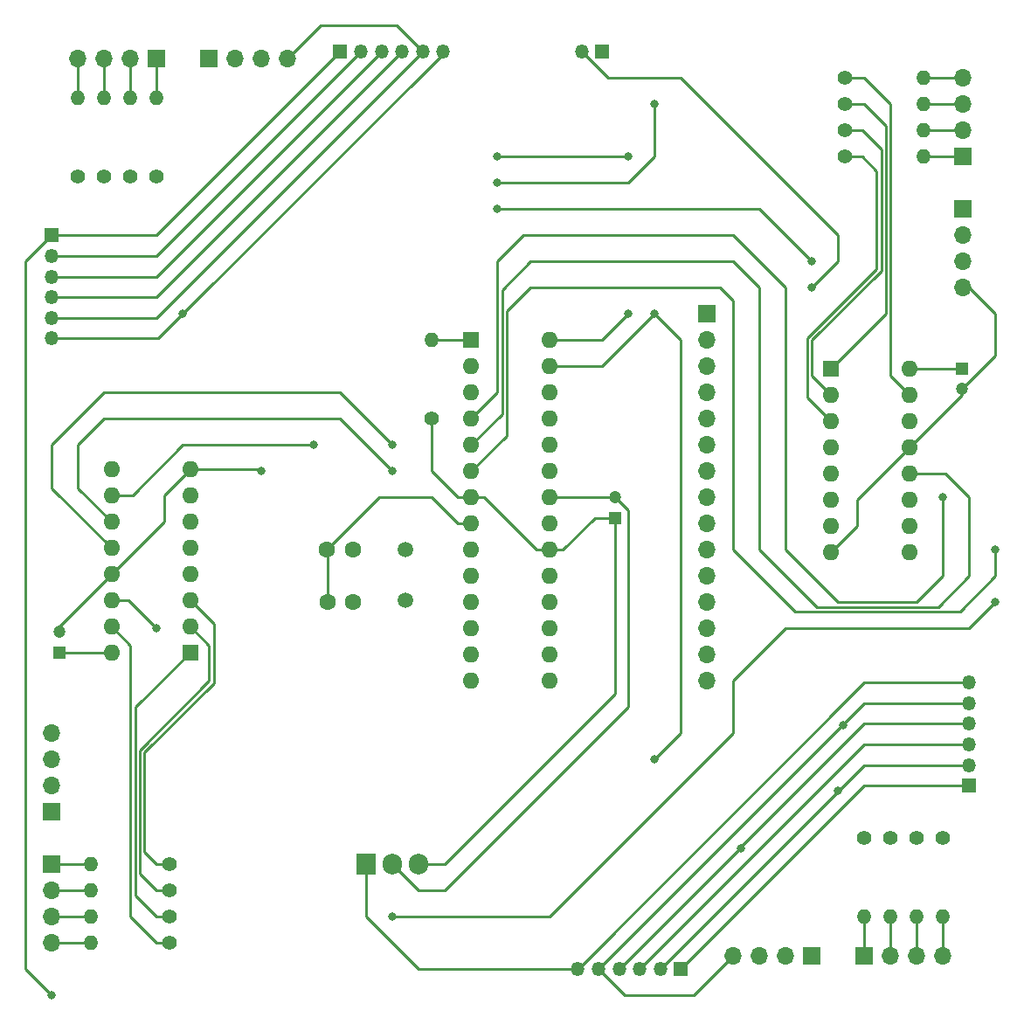
<source format=gtl>
%TF.GenerationSoftware,KiCad,Pcbnew,7.0.7*%
%TF.CreationDate,2023-09-23T02:03:23-07:00*%
%TF.ProjectId,htpm_modcore,6874706d-5f6d-46f6-9463-6f72652e6b69,01*%
%TF.SameCoordinates,Original*%
%TF.FileFunction,Copper,L1,Top*%
%TF.FilePolarity,Positive*%
%FSLAX46Y46*%
G04 Gerber Fmt 4.6, Leading zero omitted, Abs format (unit mm)*
G04 Created by KiCad (PCBNEW 7.0.7) date 2023-09-23 02:03:23*
%MOMM*%
%LPD*%
G01*
G04 APERTURE LIST*
%TA.AperFunction,ComponentPad*%
%ADD10R,1.350000X1.350000*%
%TD*%
%TA.AperFunction,ComponentPad*%
%ADD11O,1.350000X1.350000*%
%TD*%
%TA.AperFunction,ComponentPad*%
%ADD12C,1.400000*%
%TD*%
%TA.AperFunction,ComponentPad*%
%ADD13O,1.400000X1.400000*%
%TD*%
%TA.AperFunction,ComponentPad*%
%ADD14R,1.700000X1.700000*%
%TD*%
%TA.AperFunction,ComponentPad*%
%ADD15O,1.700000X1.700000*%
%TD*%
%TA.AperFunction,ComponentPad*%
%ADD16R,1.905000X2.000000*%
%TD*%
%TA.AperFunction,ComponentPad*%
%ADD17O,1.905000X2.000000*%
%TD*%
%TA.AperFunction,ComponentPad*%
%ADD18C,1.600000*%
%TD*%
%TA.AperFunction,ComponentPad*%
%ADD19R,1.200000X1.200000*%
%TD*%
%TA.AperFunction,ComponentPad*%
%ADD20C,1.200000*%
%TD*%
%TA.AperFunction,ComponentPad*%
%ADD21R,1.600000X1.600000*%
%TD*%
%TA.AperFunction,ComponentPad*%
%ADD22O,1.600000X1.600000*%
%TD*%
%TA.AperFunction,ComponentPad*%
%ADD23C,1.500000*%
%TD*%
%TA.AperFunction,ViaPad*%
%ADD24C,0.800000*%
%TD*%
%TA.AperFunction,Conductor*%
%ADD25C,0.250000*%
%TD*%
G04 APERTURE END LIST*
D10*
%TO.P,J4,1,Pin_1*%
%TO.N,Net-(J1-Pin_1)*%
X172720000Y-114300000D03*
D11*
%TO.P,J4,2,Pin_2*%
%TO.N,Net-(J1-Pin_2)*%
X170720000Y-114300000D03*
%TO.P,J4,3,Pin_3*%
%TO.N,Net-(J1-Pin_3)*%
X168720000Y-114300000D03*
%TO.P,J4,4,Pin_4*%
%TO.N,Net-(J1-Pin_4)*%
X166720000Y-114300000D03*
%TO.P,J4,5,Pin_5*%
%TO.N,GND*%
X164720000Y-114300000D03*
%TO.P,J4,6,Pin_6*%
%TO.N,Net-(J1-Pin_6)*%
X162720000Y-114300000D03*
%TD*%
D10*
%TO.P,J3,1,Pin_1*%
%TO.N,Net-(J1-Pin_1)*%
X200660000Y-96520000D03*
D11*
%TO.P,J3,2,Pin_2*%
%TO.N,Net-(J1-Pin_2)*%
X200660000Y-94520000D03*
%TO.P,J3,3,Pin_3*%
%TO.N,Net-(J1-Pin_3)*%
X200660000Y-92520000D03*
%TO.P,J3,4,Pin_4*%
%TO.N,Net-(J1-Pin_4)*%
X200660000Y-90520000D03*
%TO.P,J3,5,Pin_5*%
%TO.N,GND*%
X200660000Y-88520000D03*
%TO.P,J3,6,Pin_6*%
%TO.N,Net-(J1-Pin_6)*%
X200660000Y-86520000D03*
%TD*%
D10*
%TO.P,J2,1,Pin_1*%
%TO.N,Net-(J1-Pin_1)*%
X139700000Y-25400000D03*
D11*
%TO.P,J2,2,Pin_2*%
%TO.N,Net-(J1-Pin_2)*%
X141700000Y-25400000D03*
%TO.P,J2,3,Pin_3*%
%TO.N,Net-(J1-Pin_3)*%
X143700000Y-25400000D03*
%TO.P,J2,4,Pin_4*%
%TO.N,Net-(J1-Pin_4)*%
X145700000Y-25400000D03*
%TO.P,J2,5,Pin_5*%
%TO.N,GND*%
X147700000Y-25400000D03*
%TO.P,J2,6,Pin_6*%
%TO.N,Net-(J1-Pin_6)*%
X149700000Y-25400000D03*
%TD*%
D10*
%TO.P,J1,1,Pin_1*%
%TO.N,Net-(J1-Pin_1)*%
X111760000Y-43180000D03*
D11*
%TO.P,J1,2,Pin_2*%
%TO.N,Net-(J1-Pin_2)*%
X111760000Y-45180000D03*
%TO.P,J1,3,Pin_3*%
%TO.N,Net-(J1-Pin_3)*%
X111760000Y-47180000D03*
%TO.P,J1,4,Pin_4*%
%TO.N,Net-(J1-Pin_4)*%
X111760000Y-49180000D03*
%TO.P,J1,5,Pin_5*%
%TO.N,GND*%
X111760000Y-51180000D03*
%TO.P,J1,6,Pin_6*%
%TO.N,Net-(J1-Pin_6)*%
X111760000Y-53180000D03*
%TD*%
D12*
%TO.P,R15,1*%
%TO.N,Net-(U4-QF)*%
X116840000Y-37465000D03*
D13*
%TO.P,R15,2*%
%TO.N,Net-(J10-Pin_3)*%
X116840000Y-29845000D03*
%TD*%
D12*
%TO.P,R2,1*%
%TO.N,Net-(U3-QA)*%
X188595000Y-27940000D03*
D13*
%TO.P,R2,2*%
%TO.N,Net-(J7-Pin_4)*%
X196215000Y-27940000D03*
%TD*%
D14*
%TO.P,J9,1,Pin_1*%
%TO.N,Net-(J9-Pin_1)*%
X111760000Y-104140000D03*
D15*
%TO.P,J9,2,Pin_2*%
%TO.N,Net-(J9-Pin_2)*%
X111760000Y-106680000D03*
%TO.P,J9,3,Pin_3*%
%TO.N,Net-(J9-Pin_3)*%
X111760000Y-109220000D03*
%TO.P,J9,4,Pin_4*%
%TO.N,Net-(J9-Pin_4)*%
X111760000Y-111760000D03*
%TD*%
D12*
%TO.P,R8,1*%
%TO.N,Net-(U3-QG)*%
X193040000Y-101600000D03*
D13*
%TO.P,R8,2*%
%TO.N,Net-(J8-Pin_2)*%
X193040000Y-109220000D03*
%TD*%
D12*
%TO.P,R12,1*%
%TO.N,Net-(U4-QC)*%
X123190000Y-106680000D03*
D13*
%TO.P,R12,2*%
%TO.N,Net-(J9-Pin_2)*%
X115570000Y-106680000D03*
%TD*%
D16*
%TO.P,U1,1,IN*%
%TO.N,Net-(J1-Pin_6)*%
X142240000Y-104140000D03*
D17*
%TO.P,U1,2,GND*%
%TO.N,GND*%
X144780000Y-104140000D03*
%TO.P,U1,3,OUT*%
%TO.N,Net-(U1-OUT)*%
X147320000Y-104140000D03*
%TD*%
D14*
%TO.P,J8,1,Pin_1*%
%TO.N,Net-(J8-Pin_1)*%
X190500000Y-113030000D03*
D15*
%TO.P,J8,2,Pin_2*%
%TO.N,Net-(J8-Pin_2)*%
X193040000Y-113030000D03*
%TO.P,J8,3,Pin_3*%
%TO.N,Net-(J8-Pin_3)*%
X195580000Y-113030000D03*
%TO.P,J8,4,Pin_4*%
%TO.N,Net-(J8-Pin_4)*%
X198120000Y-113030000D03*
%TD*%
D12*
%TO.P,R7,1*%
%TO.N,Net-(U3-QF)*%
X195580000Y-101600000D03*
D13*
%TO.P,R7,2*%
%TO.N,Net-(J8-Pin_3)*%
X195580000Y-109220000D03*
%TD*%
D12*
%TO.P,R6,1*%
%TO.N,Net-(U3-QE)*%
X198120000Y-101600000D03*
D13*
%TO.P,R6,2*%
%TO.N,Net-(J8-Pin_4)*%
X198120000Y-109220000D03*
%TD*%
D12*
%TO.P,R16,1*%
%TO.N,Net-(U4-QG)*%
X119380000Y-37465000D03*
D13*
%TO.P,R16,2*%
%TO.N,Net-(J10-Pin_2)*%
X119380000Y-29845000D03*
%TD*%
D14*
%TO.P,J13,1,Pin_1*%
%TO.N,GND*%
X111760000Y-99060000D03*
D15*
%TO.P,J13,2,Pin_2*%
X111760000Y-96520000D03*
%TO.P,J13,3,Pin_3*%
X111760000Y-93980000D03*
%TO.P,J13,4,Pin_4*%
X111760000Y-91440000D03*
%TD*%
D18*
%TO.P,C2,1*%
%TO.N,Net-(U2-XTAL2{slash}PB7)*%
X140960000Y-78740000D03*
%TO.P,C2,2*%
%TO.N,GND*%
X138460000Y-78740000D03*
%TD*%
D12*
%TO.P,R1,1*%
%TO.N,Net-(U1-OUT)*%
X148580000Y-60960000D03*
D13*
%TO.P,R1,2*%
%TO.N,Net-(U2-~{RESET}{slash}PC6)*%
X148580000Y-53340000D03*
%TD*%
D19*
%TO.P,C5,1*%
%TO.N,Net-(U1-OUT)*%
X112460000Y-83610000D03*
D20*
%TO.P,C5,2*%
%TO.N,GND*%
X112460000Y-81610000D03*
%TD*%
D19*
%TO.P,C4,1*%
%TO.N,Net-(U1-OUT)*%
X199960000Y-56090000D03*
D20*
%TO.P,C4,2*%
%TO.N,GND*%
X199960000Y-58090000D03*
%TD*%
D21*
%TO.P,U2,1,~{RESET}/PC6*%
%TO.N,Net-(U2-~{RESET}{slash}PC6)*%
X152400000Y-53340000D03*
D22*
%TO.P,U2,2,PD0*%
%TO.N,Net-(J6-Pin_1)*%
X152400000Y-55880000D03*
%TO.P,U2,3,PD1*%
%TO.N,Net-(J6-Pin_2)*%
X152400000Y-58420000D03*
%TO.P,U2,4,PD2*%
%TO.N,Net-(U2-PD2)*%
X152400000Y-60960000D03*
%TO.P,U2,5,PD3*%
%TO.N,Net-(U2-PD3)*%
X152400000Y-63500000D03*
%TO.P,U2,6,PD4*%
%TO.N,Net-(U2-PD4)*%
X152400000Y-66040000D03*
%TO.P,U2,7,VCC*%
%TO.N,Net-(U1-OUT)*%
X152400000Y-68580000D03*
%TO.P,U2,8,GND*%
%TO.N,GND*%
X152400000Y-71120000D03*
%TO.P,U2,9,XTAL1/PB6*%
%TO.N,Net-(U2-XTAL1{slash}PB6)*%
X152400000Y-73660000D03*
%TO.P,U2,10,XTAL2/PB7*%
%TO.N,Net-(U2-XTAL2{slash}PB7)*%
X152400000Y-76200000D03*
%TO.P,U2,11,PD5*%
%TO.N,Net-(J6-Pin_12)*%
X152400000Y-78740000D03*
%TO.P,U2,12,PD6*%
%TO.N,Net-(J6-Pin_13)*%
X152400000Y-81280000D03*
%TO.P,U2,13,PD7*%
%TO.N,Net-(J6-Pin_14)*%
X152400000Y-83820000D03*
%TO.P,U2,14,PB0*%
%TO.N,Net-(J6-Pin_15)*%
X152400000Y-86360000D03*
%TO.P,U2,15,PB1*%
%TO.N,Net-(J6-Pin_11)*%
X160020000Y-86360000D03*
%TO.P,U2,16,PB2*%
%TO.N,Net-(J6-Pin_10)*%
X160020000Y-83820000D03*
%TO.P,U2,17,PB3*%
%TO.N,Net-(J6-Pin_9)*%
X160020000Y-81280000D03*
%TO.P,U2,18,PB4*%
%TO.N,Net-(J6-Pin_8)*%
X160020000Y-78740000D03*
%TO.P,U2,19,PB5*%
%TO.N,Net-(J6-Pin_7)*%
X160020000Y-76200000D03*
%TO.P,U2,20,AVCC*%
%TO.N,Net-(U1-OUT)*%
X160020000Y-73660000D03*
%TO.P,U2,21,AREF*%
%TO.N,unconnected-(U2-AREF-Pad21)*%
X160020000Y-71120000D03*
%TO.P,U2,22,GND*%
%TO.N,GND*%
X160020000Y-68580000D03*
%TO.P,U2,23,PC0*%
%TO.N,Net-(J6-Pin_6)*%
X160020000Y-66040000D03*
%TO.P,U2,24,PC1*%
%TO.N,Net-(J6-Pin_5)*%
X160020000Y-63500000D03*
%TO.P,U2,25,PC2*%
%TO.N,Net-(J6-Pin_4)*%
X160020000Y-60960000D03*
%TO.P,U2,26,PC3*%
%TO.N,Net-(J6-Pin_3)*%
X160020000Y-58420000D03*
%TO.P,U2,27,PC4*%
%TO.N,Net-(J1-Pin_4)*%
X160020000Y-55880000D03*
%TO.P,U2,28,PC5*%
%TO.N,Net-(J1-Pin_3)*%
X160020000Y-53340000D03*
%TD*%
D12*
%TO.P,R11,1*%
%TO.N,Net-(U4-QB)*%
X123190000Y-109220000D03*
D13*
%TO.P,R11,2*%
%TO.N,Net-(J9-Pin_3)*%
X115570000Y-109220000D03*
%TD*%
D14*
%TO.P,J6,1,Pin_1*%
%TO.N,Net-(J6-Pin_1)*%
X175260000Y-50800000D03*
D15*
%TO.P,J6,2,Pin_2*%
%TO.N,Net-(J6-Pin_2)*%
X175260000Y-53340000D03*
%TO.P,J6,3,Pin_3*%
%TO.N,Net-(J6-Pin_3)*%
X175260000Y-55880000D03*
%TO.P,J6,4,Pin_4*%
%TO.N,Net-(J6-Pin_4)*%
X175260000Y-58420000D03*
%TO.P,J6,5,Pin_5*%
%TO.N,Net-(J6-Pin_5)*%
X175260000Y-60960000D03*
%TO.P,J6,6,Pin_6*%
%TO.N,Net-(J6-Pin_6)*%
X175260000Y-63500000D03*
%TO.P,J6,7,Pin_7*%
%TO.N,Net-(J6-Pin_7)*%
X175260000Y-66040000D03*
%TO.P,J6,8,Pin_8*%
%TO.N,Net-(J6-Pin_8)*%
X175260000Y-68580000D03*
%TO.P,J6,9,Pin_9*%
%TO.N,Net-(J6-Pin_9)*%
X175260000Y-71120000D03*
%TO.P,J6,10,Pin_10*%
%TO.N,Net-(J6-Pin_10)*%
X175260000Y-73660000D03*
%TO.P,J6,11,Pin_11*%
%TO.N,Net-(J6-Pin_11)*%
X175260000Y-76200000D03*
%TO.P,J6,12,Pin_12*%
%TO.N,Net-(J6-Pin_12)*%
X175260000Y-78740000D03*
%TO.P,J6,13,Pin_13*%
%TO.N,Net-(J6-Pin_13)*%
X175260000Y-81280000D03*
%TO.P,J6,14,Pin_14*%
%TO.N,Net-(J6-Pin_14)*%
X175260000Y-83820000D03*
%TO.P,J6,15,Pin_15*%
%TO.N,Net-(J6-Pin_15)*%
X175260000Y-86360000D03*
%TD*%
D12*
%TO.P,R5,1*%
%TO.N,Net-(U3-QD)*%
X188595000Y-35560000D03*
D13*
%TO.P,R5,2*%
%TO.N,Net-(J7-Pin_1)*%
X196215000Y-35560000D03*
%TD*%
D14*
%TO.P,J7,1,Pin_1*%
%TO.N,Net-(J7-Pin_1)*%
X200025000Y-35560000D03*
D15*
%TO.P,J7,2,Pin_2*%
%TO.N,Net-(J7-Pin_2)*%
X200025000Y-33020000D03*
%TO.P,J7,3,Pin_3*%
%TO.N,Net-(J7-Pin_3)*%
X200025000Y-30480000D03*
%TO.P,J7,4,Pin_4*%
%TO.N,Net-(J7-Pin_4)*%
X200025000Y-27940000D03*
%TD*%
D14*
%TO.P,J12,1,Pin_1*%
%TO.N,GND*%
X185420000Y-113030000D03*
D15*
%TO.P,J12,2,Pin_2*%
X182880000Y-113030000D03*
%TO.P,J12,3,Pin_3*%
X180340000Y-113030000D03*
%TO.P,J12,4,Pin_4*%
X177800000Y-113030000D03*
%TD*%
D21*
%TO.P,U4,1,QB*%
%TO.N,Net-(U4-QB)*%
X125160000Y-83610000D03*
D22*
%TO.P,U4,2,QC*%
%TO.N,Net-(U4-QC)*%
X125160000Y-81070000D03*
%TO.P,U4,3,QD*%
%TO.N,Net-(U4-QD)*%
X125160000Y-78530000D03*
%TO.P,U4,4,QE*%
%TO.N,Net-(U4-QE)*%
X125160000Y-75990000D03*
%TO.P,U4,5,QF*%
%TO.N,Net-(U4-QF)*%
X125160000Y-73450000D03*
%TO.P,U4,6,QG*%
%TO.N,Net-(U4-QG)*%
X125160000Y-70910000D03*
%TO.P,U4,7,QH*%
%TO.N,Net-(U4-QH)*%
X125160000Y-68370000D03*
%TO.P,U4,8,GND*%
%TO.N,GND*%
X125160000Y-65830000D03*
%TO.P,U4,9,QH'*%
%TO.N,unconnected-(U4-QH'-Pad9)*%
X117540000Y-65830000D03*
%TO.P,U4,10,~{SRCLR}*%
%TO.N,Net-(U1-OUT)*%
X117540000Y-68370000D03*
%TO.P,U4,11,SRCLK*%
%TO.N,Net-(U2-PD4)*%
X117540000Y-70910000D03*
%TO.P,U4,12,RCLK*%
%TO.N,Net-(U2-PD3)*%
X117540000Y-73450000D03*
%TO.P,U4,13,~{OE}*%
%TO.N,GND*%
X117540000Y-75990000D03*
%TO.P,U4,14,SER*%
%TO.N,Net-(U3-QH')*%
X117540000Y-78530000D03*
%TO.P,U4,15,QA*%
%TO.N,Net-(U4-QA)*%
X117540000Y-81070000D03*
%TO.P,U4,16,VCC*%
%TO.N,Net-(U1-OUT)*%
X117540000Y-83610000D03*
%TD*%
D12*
%TO.P,R14,1*%
%TO.N,Net-(U4-QE)*%
X114300000Y-37465000D03*
D13*
%TO.P,R14,2*%
%TO.N,Net-(J10-Pin_4)*%
X114300000Y-29845000D03*
%TD*%
D12*
%TO.P,R3,1*%
%TO.N,Net-(U3-QB)*%
X188595000Y-30480000D03*
D13*
%TO.P,R3,2*%
%TO.N,Net-(J7-Pin_3)*%
X196215000Y-30480000D03*
%TD*%
D18*
%TO.P,C1,1*%
%TO.N,GND*%
X138420000Y-73660000D03*
%TO.P,C1,2*%
%TO.N,Net-(U2-XTAL1{slash}PB6)*%
X140920000Y-73660000D03*
%TD*%
D12*
%TO.P,R10,1*%
%TO.N,Net-(U4-QA)*%
X123190000Y-111760000D03*
D13*
%TO.P,R10,2*%
%TO.N,Net-(J9-Pin_4)*%
X115570000Y-111760000D03*
%TD*%
D14*
%TO.P,J14,1,Pin_1*%
%TO.N,GND*%
X127000000Y-26035000D03*
D15*
%TO.P,J14,2,Pin_2*%
X129540000Y-26035000D03*
%TO.P,J14,3,Pin_3*%
X132080000Y-26035000D03*
%TO.P,J14,4,Pin_4*%
X134620000Y-26035000D03*
%TD*%
D12*
%TO.P,R17,1*%
%TO.N,Net-(U4-QH)*%
X121920000Y-37465000D03*
D13*
%TO.P,R17,2*%
%TO.N,Net-(J10-Pin_1)*%
X121920000Y-29845000D03*
%TD*%
D12*
%TO.P,R9,1*%
%TO.N,Net-(U3-QH)*%
X190500000Y-101600000D03*
D13*
%TO.P,R9,2*%
%TO.N,Net-(J8-Pin_1)*%
X190500000Y-109220000D03*
%TD*%
D12*
%TO.P,R4,1*%
%TO.N,Net-(U3-QC)*%
X188595000Y-33020000D03*
D13*
%TO.P,R4,2*%
%TO.N,Net-(J7-Pin_2)*%
X196215000Y-33020000D03*
%TD*%
D10*
%TO.P,J5,1,Pin_1*%
%TO.N,Net-(J1-Pin_1)*%
X165100000Y-25400000D03*
D11*
%TO.P,J5,2,Pin_2*%
%TO.N,Net-(J1-Pin_2)*%
X163100000Y-25400000D03*
%TD*%
D14*
%TO.P,J10,1,Pin_1*%
%TO.N,Net-(J10-Pin_1)*%
X121920000Y-26035000D03*
D15*
%TO.P,J10,2,Pin_2*%
%TO.N,Net-(J10-Pin_2)*%
X119380000Y-26035000D03*
%TO.P,J10,3,Pin_3*%
%TO.N,Net-(J10-Pin_3)*%
X116840000Y-26035000D03*
%TO.P,J10,4,Pin_4*%
%TO.N,Net-(J10-Pin_4)*%
X114300000Y-26035000D03*
%TD*%
D19*
%TO.P,C3,1*%
%TO.N,Net-(U1-OUT)*%
X166360000Y-70580000D03*
D20*
%TO.P,C3,2*%
%TO.N,GND*%
X166360000Y-68580000D03*
%TD*%
D12*
%TO.P,R13,1*%
%TO.N,Net-(U4-QD)*%
X123190000Y-104140000D03*
D13*
%TO.P,R13,2*%
%TO.N,Net-(J9-Pin_1)*%
X115570000Y-104140000D03*
%TD*%
D23*
%TO.P,Y1,1,1*%
%TO.N,Net-(U2-XTAL2{slash}PB7)*%
X146040000Y-78540000D03*
%TO.P,Y1,2,2*%
%TO.N,Net-(U2-XTAL1{slash}PB6)*%
X146040000Y-73660000D03*
%TD*%
D21*
%TO.P,U3,1,QB*%
%TO.N,Net-(U3-QB)*%
X187260000Y-56090000D03*
D22*
%TO.P,U3,2,QC*%
%TO.N,Net-(U3-QC)*%
X187260000Y-58630000D03*
%TO.P,U3,3,QD*%
%TO.N,Net-(U3-QD)*%
X187260000Y-61170000D03*
%TO.P,U3,4,QE*%
%TO.N,Net-(U3-QE)*%
X187260000Y-63710000D03*
%TO.P,U3,5,QF*%
%TO.N,Net-(U3-QF)*%
X187260000Y-66250000D03*
%TO.P,U3,6,QG*%
%TO.N,Net-(U3-QG)*%
X187260000Y-68790000D03*
%TO.P,U3,7,QH*%
%TO.N,Net-(U3-QH)*%
X187260000Y-71330000D03*
%TO.P,U3,8,GND*%
%TO.N,GND*%
X187260000Y-73870000D03*
%TO.P,U3,9,QH'*%
%TO.N,Net-(U3-QH')*%
X194880000Y-73870000D03*
%TO.P,U3,10,~{SRCLR}*%
%TO.N,Net-(U1-OUT)*%
X194880000Y-71330000D03*
%TO.P,U3,11,SRCLK*%
%TO.N,Net-(U2-PD4)*%
X194880000Y-68790000D03*
%TO.P,U3,12,RCLK*%
%TO.N,Net-(U2-PD3)*%
X194880000Y-66250000D03*
%TO.P,U3,13,~{OE}*%
%TO.N,GND*%
X194880000Y-63710000D03*
%TO.P,U3,14,SER*%
%TO.N,Net-(U2-PD2)*%
X194880000Y-61170000D03*
%TO.P,U3,15,QA*%
%TO.N,Net-(U3-QA)*%
X194880000Y-58630000D03*
%TO.P,U3,16,VCC*%
%TO.N,Net-(U1-OUT)*%
X194880000Y-56090000D03*
%TD*%
D14*
%TO.P,J11,1,Pin_1*%
%TO.N,GND*%
X200025000Y-40640000D03*
D15*
%TO.P,J11,2,Pin_2*%
X200025000Y-43180000D03*
%TO.P,J11,3,Pin_3*%
X200025000Y-45720000D03*
%TO.P,J11,4,Pin_4*%
X200025000Y-48260000D03*
%TD*%
D24*
%TO.N,Net-(J1-Pin_2)*%
X187960000Y-97028000D03*
%TO.N,GND*%
X188468000Y-90678000D03*
%TO.N,Net-(J1-Pin_4)*%
X178562000Y-102616000D03*
X170180000Y-93980000D03*
%TO.N,GND*%
X170180000Y-30480000D03*
X132080000Y-66040000D03*
X154940000Y-38100000D03*
%TO.N,Net-(U1-OUT)*%
X185420000Y-45720000D03*
X137160000Y-63500000D03*
X154940000Y-40640000D03*
%TO.N,Net-(J1-Pin_1)*%
X111760000Y-116840000D03*
%TO.N,Net-(J1-Pin_2)*%
X185420000Y-48260000D03*
%TO.N,Net-(J1-Pin_3)*%
X154940000Y-35560000D03*
X167640000Y-50800000D03*
X167640000Y-35560000D03*
%TO.N,Net-(J1-Pin_4)*%
X170180000Y-50800000D03*
%TO.N,Net-(J1-Pin_6)*%
X124460000Y-50800000D03*
%TO.N,Net-(U2-PD2)*%
X198120000Y-68580000D03*
%TO.N,Net-(U2-PD3)*%
X144780000Y-63500000D03*
%TO.N,Net-(U2-PD4)*%
X144780000Y-66040000D03*
X203200000Y-73660000D03*
%TO.N,Net-(U3-QH')*%
X144780000Y-109220000D03*
X121920000Y-81280000D03*
X203200000Y-78740000D03*
%TD*%
D25*
%TO.N,GND*%
X203200000Y-50800000D02*
X200660000Y-48260000D01*
X199960000Y-58090000D02*
X203200000Y-54850000D01*
X203200000Y-54850000D02*
X203200000Y-50800000D01*
X200660000Y-48260000D02*
X200025000Y-48260000D01*
%TO.N,Net-(J1-Pin_2)*%
X187960000Y-97060000D02*
X170720000Y-114300000D01*
X187960000Y-97028000D02*
X187960000Y-97060000D01*
X187992000Y-97028000D02*
X187960000Y-97028000D01*
%TO.N,GND*%
X188342000Y-90678000D02*
X164720000Y-114300000D01*
X188468000Y-90678000D02*
X188342000Y-90678000D01*
X188468000Y-90552000D02*
X188468000Y-90678000D01*
%TO.N,Net-(J1-Pin_4)*%
X178404000Y-102616000D02*
X166720000Y-114300000D01*
X178562000Y-102616000D02*
X178404000Y-102616000D01*
X178562000Y-102458000D02*
X178562000Y-102616000D01*
%TO.N,Net-(J1-Pin_6)*%
X142240000Y-104140000D02*
X142240000Y-109220000D01*
X147320000Y-114300000D02*
X162720000Y-114300000D01*
X142240000Y-109220000D02*
X147320000Y-114300000D01*
%TO.N,GND*%
X177800000Y-113030000D02*
X173990000Y-116840000D01*
X173990000Y-116840000D02*
X167260000Y-116840000D01*
X167260000Y-116840000D02*
X164720000Y-114300000D01*
X190500000Y-88520000D02*
X188468000Y-90552000D01*
X200660000Y-88520000D02*
X190500000Y-88520000D01*
%TO.N,Net-(J1-Pin_6)*%
X200660000Y-86520000D02*
X190500000Y-86520000D01*
X190500000Y-86520000D02*
X162958198Y-114061802D01*
%TO.N,Net-(J1-Pin_4)*%
X200660000Y-90520000D02*
X190500000Y-90520000D01*
X190500000Y-90520000D02*
X178562000Y-102458000D01*
%TO.N,Net-(J1-Pin_3)*%
X200660000Y-92520000D02*
X190500000Y-92520000D01*
X190500000Y-92520000D02*
X168720000Y-114300000D01*
%TO.N,Net-(J1-Pin_2)*%
X200660000Y-94520000D02*
X190500000Y-94520000D01*
X190500000Y-94520000D02*
X187992000Y-97028000D01*
%TO.N,Net-(J1-Pin_1)*%
X200660000Y-96520000D02*
X190500000Y-96520000D01*
X190500000Y-96520000D02*
X172720000Y-114300000D01*
X111760000Y-116840000D02*
X109220000Y-114300000D01*
X109220000Y-114300000D02*
X109220000Y-45720000D01*
X109220000Y-45720000D02*
X111760000Y-43180000D01*
%TO.N,GND*%
X145160000Y-22860000D02*
X147700000Y-25400000D01*
%TO.N,Net-(J1-Pin_6)*%
X124460000Y-50800000D02*
X149461802Y-25798198D01*
%TO.N,GND*%
X137795000Y-22860000D02*
X145160000Y-22860000D01*
%TO.N,Net-(J1-Pin_6)*%
X149461802Y-25798198D02*
X149461802Y-25638198D01*
X122080000Y-53180000D02*
X111760000Y-53180000D01*
X124460000Y-50800000D02*
X122080000Y-53180000D01*
%TO.N,GND*%
X147700000Y-25400000D02*
X121920000Y-51180000D01*
X121920000Y-51180000D02*
X111760000Y-51180000D01*
%TO.N,Net-(J1-Pin_4)*%
X145700000Y-25400000D02*
X121920000Y-49180000D01*
X121920000Y-49180000D02*
X111760000Y-49180000D01*
%TO.N,Net-(J1-Pin_3)*%
X143700000Y-25400000D02*
X121920000Y-47180000D01*
X121920000Y-47180000D02*
X111760000Y-47180000D01*
%TO.N,Net-(J1-Pin_2)*%
X141700000Y-25400000D02*
X121920000Y-45180000D01*
X121920000Y-45180000D02*
X111760000Y-45180000D01*
%TO.N,Net-(J1-Pin_1)*%
X139700000Y-25400000D02*
X121920000Y-43180000D01*
X121920000Y-43180000D02*
X111760000Y-43180000D01*
%TO.N,GND*%
X138460000Y-78740000D02*
X138460000Y-73700000D01*
X117540000Y-75990000D02*
X122620000Y-70910000D01*
X199960000Y-58090000D02*
X199960000Y-58630000D01*
X132080000Y-66040000D02*
X131870000Y-65830000D01*
X143500000Y-68580000D02*
X148580000Y-68580000D01*
X148580000Y-68580000D02*
X151120000Y-71120000D01*
X138420000Y-73660000D02*
X143500000Y-68580000D01*
X147320000Y-106680000D02*
X144780000Y-104140000D01*
X112460000Y-81070000D02*
X117540000Y-75990000D01*
X199960000Y-58630000D02*
X194880000Y-63710000D01*
X151120000Y-71120000D02*
X152400000Y-71120000D01*
X138460000Y-73700000D02*
X138420000Y-73660000D01*
X189800000Y-68790000D02*
X189800000Y-71330000D01*
X149860000Y-106680000D02*
X147320000Y-106680000D01*
X131870000Y-65830000D02*
X125160000Y-65830000D01*
X154940000Y-101600000D02*
X149860000Y-106680000D01*
X112460000Y-81610000D02*
X112460000Y-81070000D01*
X170180000Y-35560000D02*
X170180000Y-30480000D01*
X189800000Y-71330000D02*
X187260000Y-73870000D01*
X167640000Y-69860000D02*
X167640000Y-88900000D01*
X167640000Y-88900000D02*
X154940000Y-101600000D01*
X154940000Y-38100000D02*
X167640000Y-38100000D01*
X122620000Y-70910000D02*
X122620000Y-68370000D01*
X167640000Y-38100000D02*
X170180000Y-35560000D01*
X122620000Y-68370000D02*
X125160000Y-65830000D01*
X134620000Y-26035000D02*
X137795000Y-22860000D01*
X194880000Y-63710000D02*
X189800000Y-68790000D01*
X166360000Y-68580000D02*
X167640000Y-69860000D01*
X166360000Y-68580000D02*
X160020000Y-68580000D01*
%TO.N,Net-(U1-OUT)*%
X151120000Y-68580000D02*
X152400000Y-68580000D01*
X117540000Y-68370000D02*
X119590000Y-68370000D01*
X158740000Y-73660000D02*
X153660000Y-68580000D01*
X112460000Y-83610000D02*
X117540000Y-83610000D01*
X160020000Y-73660000D02*
X158740000Y-73660000D01*
X148580000Y-60960000D02*
X148580000Y-66040000D01*
X154940000Y-40640000D02*
X180340000Y-40640000D01*
X164360000Y-70580000D02*
X166360000Y-70580000D01*
X124460000Y-63500000D02*
X137160000Y-63500000D01*
X199960000Y-56090000D02*
X194880000Y-56090000D01*
X161280000Y-73660000D02*
X164360000Y-70580000D01*
X147320000Y-104140000D02*
X149860000Y-104140000D01*
X119590000Y-68370000D02*
X124460000Y-63500000D01*
X166360000Y-87640000D02*
X166360000Y-70580000D01*
X180340000Y-40640000D02*
X185420000Y-45720000D01*
X148580000Y-66040000D02*
X151120000Y-68580000D01*
X153660000Y-68580000D02*
X152400000Y-68580000D01*
X149860000Y-104140000D02*
X166360000Y-87640000D01*
X160020000Y-73660000D02*
X161280000Y-73660000D01*
%TO.N,Net-(J1-Pin_2)*%
X187960000Y-43180000D02*
X187960000Y-45720000D01*
X165640000Y-27940000D02*
X172720000Y-27940000D01*
X187960000Y-45720000D02*
X185420000Y-48260000D01*
X172720000Y-27940000D02*
X187960000Y-43180000D01*
X163100000Y-25400000D02*
X165640000Y-27940000D01*
%TO.N,Net-(J1-Pin_3)*%
X154940000Y-35560000D02*
X167640000Y-35560000D01*
X167640000Y-50800000D02*
X165100000Y-53340000D01*
X165100000Y-53340000D02*
X160020000Y-53340000D01*
%TO.N,Net-(J1-Pin_4)*%
X170180000Y-50800000D02*
X172720000Y-53340000D01*
X170180000Y-50800000D02*
X165100000Y-55880000D01*
X165100000Y-55880000D02*
X160020000Y-55880000D01*
X172720000Y-91440000D02*
X170180000Y-93980000D01*
X172720000Y-53340000D02*
X172720000Y-91440000D01*
%TO.N,Net-(J7-Pin_1)*%
X200025000Y-35560000D02*
X196215000Y-35560000D01*
%TO.N,Net-(J7-Pin_2)*%
X196215000Y-33020000D02*
X200025000Y-33020000D01*
%TO.N,Net-(J7-Pin_3)*%
X200025000Y-30480000D02*
X196215000Y-30480000D01*
%TO.N,Net-(J7-Pin_4)*%
X196215000Y-27940000D02*
X200025000Y-27940000D01*
%TO.N,Net-(J8-Pin_1)*%
X190500000Y-109220000D02*
X190500000Y-113030000D01*
%TO.N,Net-(J8-Pin_2)*%
X193040000Y-113030000D02*
X193040000Y-109220000D01*
%TO.N,Net-(J8-Pin_3)*%
X195580000Y-109220000D02*
X195580000Y-113030000D01*
%TO.N,Net-(J8-Pin_4)*%
X198120000Y-109220000D02*
X198120000Y-113030000D01*
%TO.N,Net-(J9-Pin_1)*%
X115570000Y-104140000D02*
X111760000Y-104140000D01*
%TO.N,Net-(J9-Pin_2)*%
X111760000Y-106680000D02*
X115570000Y-106680000D01*
%TO.N,Net-(J9-Pin_3)*%
X115570000Y-109220000D02*
X111760000Y-109220000D01*
%TO.N,Net-(J9-Pin_4)*%
X111760000Y-111760000D02*
X115570000Y-111760000D01*
%TO.N,Net-(J10-Pin_1)*%
X121920000Y-26035000D02*
X121920000Y-29845000D01*
%TO.N,Net-(J10-Pin_2)*%
X119380000Y-29845000D02*
X119380000Y-26035000D01*
%TO.N,Net-(J10-Pin_3)*%
X116840000Y-26035000D02*
X116840000Y-29845000D01*
%TO.N,Net-(J10-Pin_4)*%
X114300000Y-29845000D02*
X114300000Y-26035000D01*
%TO.N,Net-(U2-~{RESET}{slash}PC6)*%
X152400000Y-53340000D02*
X148580000Y-53340000D01*
%TO.N,Net-(U3-QA)*%
X193040000Y-56790000D02*
X193040000Y-30480000D01*
X194880000Y-58630000D02*
X193040000Y-56790000D01*
X193040000Y-30480000D02*
X190500000Y-27940000D01*
X190500000Y-27940000D02*
X188595000Y-27940000D01*
%TO.N,Net-(U3-QB)*%
X187260000Y-56090000D02*
X192550000Y-50800000D01*
X192590000Y-50800000D02*
X192590000Y-32570000D01*
X192590000Y-32570000D02*
X190500000Y-30480000D01*
X192550000Y-50800000D02*
X192590000Y-50800000D01*
X190500000Y-30480000D02*
X188595000Y-30480000D01*
%TO.N,Net-(U3-QC)*%
X185420000Y-53340000D02*
X192140000Y-46620000D01*
X192140000Y-46620000D02*
X192140000Y-34885000D01*
X192140000Y-34885000D02*
X190275000Y-33020000D01*
X185420000Y-56790000D02*
X185420000Y-53340000D01*
X190275000Y-33020000D02*
X188595000Y-33020000D01*
X187260000Y-58630000D02*
X185420000Y-56790000D01*
%TO.N,Net-(U3-QD)*%
X187260000Y-61170000D02*
X184970000Y-58880000D01*
X184970000Y-58880000D02*
X184970000Y-53153604D01*
X191690000Y-36936396D02*
X190313604Y-35560000D01*
X191690000Y-46433604D02*
X191690000Y-36936396D01*
X190313604Y-35560000D02*
X188595000Y-35560000D01*
X184970000Y-53153604D02*
X191690000Y-46433604D01*
%TO.N,Net-(U4-QA)*%
X117540000Y-81070000D02*
X119380000Y-82910000D01*
X121920000Y-111760000D02*
X123190000Y-111760000D01*
X119380000Y-82910000D02*
X119380000Y-109220000D01*
X119380000Y-109220000D02*
X121920000Y-111760000D01*
%TO.N,Net-(U4-QB)*%
X119830000Y-88900000D02*
X119830000Y-107130000D01*
X119870000Y-88900000D02*
X119830000Y-88900000D01*
X125160000Y-83610000D02*
X119870000Y-88900000D01*
X121920000Y-109220000D02*
X123190000Y-109220000D01*
X119830000Y-107130000D02*
X121920000Y-109220000D01*
%TO.N,Net-(U4-QC)*%
X127000000Y-82910000D02*
X127000000Y-86360000D01*
X120280000Y-93080000D02*
X120280000Y-105040000D01*
X125160000Y-81070000D02*
X127000000Y-82910000D01*
X120280000Y-105040000D02*
X121920000Y-106680000D01*
X127000000Y-86360000D02*
X120280000Y-93080000D01*
X121920000Y-106680000D02*
X123190000Y-106680000D01*
%TO.N,Net-(U4-QD)*%
X120730000Y-93266396D02*
X120730000Y-102950000D01*
X121920000Y-104140000D02*
X123190000Y-104140000D01*
X127450000Y-80820000D02*
X127450000Y-86546396D01*
X125160000Y-78530000D02*
X127450000Y-80820000D01*
X127450000Y-86546396D02*
X120730000Y-93266396D01*
X120730000Y-102950000D02*
X121920000Y-104140000D01*
%TO.N,Net-(U2-PD2)*%
X198120000Y-76200000D02*
X195580000Y-78740000D01*
X154940000Y-58420000D02*
X152400000Y-60960000D01*
X177800000Y-43180000D02*
X157480000Y-43180000D01*
X182880000Y-73660000D02*
X182880000Y-48260000D01*
X182880000Y-48260000D02*
X177800000Y-43180000D01*
X195580000Y-78740000D02*
X187960000Y-78740000D01*
X198120000Y-68580000D02*
X198120000Y-76200000D01*
X154940000Y-45720000D02*
X154940000Y-58420000D01*
X187960000Y-78740000D02*
X182880000Y-73660000D01*
X157480000Y-43180000D02*
X154940000Y-45720000D01*
%TO.N,Net-(U2-PD3)*%
X116840000Y-58420000D02*
X111760000Y-63500000D01*
X152400000Y-63500000D02*
X155390000Y-60510000D01*
X200660000Y-76200000D02*
X200660000Y-68580000D01*
X139700000Y-58420000D02*
X116840000Y-58420000D01*
X177800000Y-45720000D02*
X180340000Y-48260000D01*
X111760000Y-67670000D02*
X117540000Y-73450000D01*
X158116396Y-45720000D02*
X177800000Y-45720000D01*
X180340000Y-48260000D02*
X180340000Y-73660000D01*
X185870000Y-79190000D02*
X197670000Y-79190000D01*
X198330000Y-66250000D02*
X194880000Y-66250000D01*
X180340000Y-73660000D02*
X185870000Y-79190000D01*
X155390000Y-60510000D02*
X155390000Y-48446396D01*
X197670000Y-79190000D02*
X200660000Y-76200000D01*
X144780000Y-63500000D02*
X139700000Y-58420000D01*
X155390000Y-48446396D02*
X158116396Y-45720000D01*
X111760000Y-63500000D02*
X111760000Y-67670000D01*
X200660000Y-68580000D02*
X198330000Y-66250000D01*
%TO.N,Net-(U2-PD4)*%
X114300000Y-63500000D02*
X114300000Y-67670000D01*
X152400000Y-66040000D02*
X155840000Y-62600000D01*
X176530000Y-48260000D02*
X177800000Y-49530000D01*
X144780000Y-66040000D02*
X139700000Y-60960000D01*
X203200000Y-76200000D02*
X203200000Y-73660000D01*
X177800000Y-73660000D02*
X183780000Y-79640000D01*
X155840000Y-50536396D02*
X158116396Y-48260000D01*
X183780000Y-79640000D02*
X199760000Y-79640000D01*
X116840000Y-60960000D02*
X114300000Y-63500000D01*
X158116396Y-48260000D02*
X176530000Y-48260000D01*
X139700000Y-60960000D02*
X116840000Y-60960000D01*
X177800000Y-49530000D02*
X177800000Y-73660000D01*
X199760000Y-79640000D02*
X203200000Y-76200000D01*
X155840000Y-62600000D02*
X155840000Y-50536396D01*
X114300000Y-67670000D02*
X117540000Y-70910000D01*
%TO.N,Net-(U3-QH')*%
X182880000Y-81280000D02*
X177800000Y-86360000D01*
X119170000Y-78530000D02*
X117540000Y-78530000D01*
X121920000Y-81280000D02*
X119170000Y-78530000D01*
X177800000Y-86360000D02*
X177800000Y-91440000D01*
X160020000Y-109220000D02*
X144780000Y-109220000D01*
X200660000Y-81280000D02*
X182880000Y-81280000D01*
X203200000Y-78740000D02*
X200660000Y-81280000D01*
X177800000Y-91440000D02*
X160020000Y-109220000D01*
%TD*%
M02*

</source>
